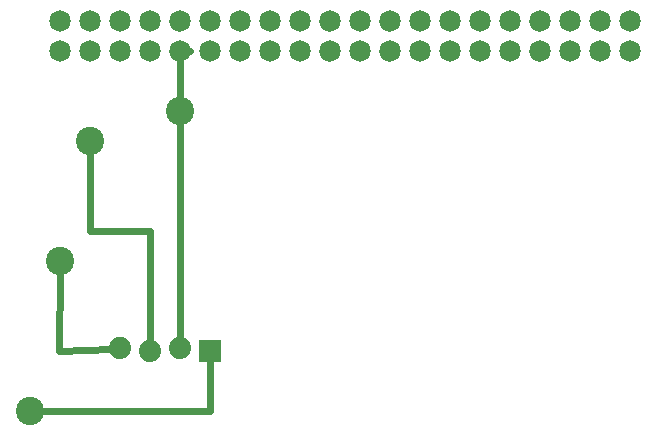
<source format=gbl>
G04 MADE WITH FRITZING*
G04 WWW.FRITZING.ORG*
G04 DOUBLE SIDED*
G04 HOLES PLATED*
G04 CONTOUR ON CENTER OF CONTOUR VECTOR*
%ASAXBY*%
%FSLAX23Y23*%
%MOIN*%
%OFA0B0*%
%SFA1.0B1.0*%
%ADD10C,0.094488*%
%ADD11C,0.074000*%
%ADD12C,0.071889*%
%ADD13C,0.071917*%
%ADD14C,0.024000*%
%ADD15R,0.001000X0.001000*%
%LNCOPPER0*%
G90*
G70*
G54D10*
X174Y564D03*
X574Y1064D03*
X74Y64D03*
X274Y964D03*
G54D11*
X674Y264D03*
X574Y274D03*
X474Y264D03*
X374Y274D03*
G54D12*
X174Y1264D03*
X274Y1264D03*
X374Y1264D03*
X474Y1264D03*
G54D13*
X574Y1264D03*
G54D12*
X674Y1264D03*
X774Y1264D03*
X874Y1264D03*
X974Y1264D03*
G54D13*
X1074Y1264D03*
G54D12*
X1174Y1264D03*
G54D13*
X1274Y1264D03*
G54D12*
X1374Y1264D03*
X1474Y1264D03*
X1574Y1264D03*
X1674Y1264D03*
G54D13*
X1774Y1264D03*
G54D12*
X1874Y1264D03*
X1974Y1264D03*
X2074Y1264D03*
X2074Y1364D03*
X1974Y1364D03*
X1874Y1364D03*
G54D13*
X1774Y1364D03*
G54D12*
X1674Y1364D03*
X1574Y1364D03*
X1474Y1364D03*
X1374Y1364D03*
G54D13*
X1274Y1364D03*
G54D12*
X1174Y1364D03*
G54D13*
X1074Y1364D03*
G54D12*
X974Y1364D03*
X874Y1364D03*
X774Y1364D03*
X674Y1364D03*
G54D13*
X574Y1364D03*
G54D12*
X474Y1364D03*
X374Y1364D03*
X274Y1364D03*
X174Y1364D03*
G54D14*
X172Y265D02*
X174Y537D01*
D02*
X343Y273D02*
X172Y265D01*
D02*
X474Y66D02*
X674Y66D01*
D02*
X101Y64D02*
X172Y66D01*
D02*
X274Y66D02*
X474Y66D01*
D02*
X674Y66D02*
X674Y233D01*
D02*
X172Y66D02*
X274Y66D01*
D02*
X576Y665D02*
X576Y762D01*
D02*
X576Y762D02*
X574Y1037D01*
D02*
X576Y1064D02*
X576Y563D01*
D02*
X576Y563D02*
X576Y665D01*
D02*
X574Y305D02*
X576Y1064D01*
D02*
X474Y665D02*
X274Y665D01*
D02*
X274Y665D02*
X274Y937D01*
D02*
X474Y295D02*
X474Y665D01*
D02*
X576Y1264D02*
X607Y1264D01*
D02*
X574Y1091D02*
X576Y1264D01*
G54D15*
X637Y302D02*
X709Y302D01*
X637Y301D02*
X710Y301D01*
X637Y300D02*
X710Y300D01*
X637Y299D02*
X710Y299D01*
X637Y298D02*
X710Y298D01*
X637Y297D02*
X710Y297D01*
X637Y296D02*
X710Y296D01*
X637Y295D02*
X710Y295D01*
X637Y294D02*
X710Y294D01*
X637Y293D02*
X710Y293D01*
X637Y292D02*
X710Y292D01*
X637Y291D02*
X710Y291D01*
X637Y290D02*
X710Y290D01*
X637Y289D02*
X710Y289D01*
X637Y288D02*
X710Y288D01*
X637Y287D02*
X710Y287D01*
X637Y286D02*
X710Y286D01*
X637Y285D02*
X670Y285D01*
X676Y285D02*
X710Y285D01*
X637Y284D02*
X666Y284D01*
X680Y284D02*
X710Y284D01*
X637Y283D02*
X664Y283D01*
X683Y283D02*
X710Y283D01*
X637Y282D02*
X662Y282D01*
X684Y282D02*
X710Y282D01*
X637Y281D02*
X660Y281D01*
X686Y281D02*
X710Y281D01*
X637Y280D02*
X659Y280D01*
X687Y280D02*
X710Y280D01*
X637Y279D02*
X658Y279D01*
X688Y279D02*
X710Y279D01*
X637Y278D02*
X657Y278D01*
X689Y278D02*
X710Y278D01*
X637Y277D02*
X657Y277D01*
X690Y277D02*
X710Y277D01*
X637Y276D02*
X656Y276D01*
X690Y276D02*
X710Y276D01*
X637Y275D02*
X655Y275D01*
X691Y275D02*
X710Y275D01*
X637Y274D02*
X655Y274D01*
X691Y274D02*
X710Y274D01*
X637Y273D02*
X654Y273D01*
X692Y273D02*
X710Y273D01*
X637Y272D02*
X654Y272D01*
X692Y272D02*
X710Y272D01*
X637Y271D02*
X654Y271D01*
X693Y271D02*
X710Y271D01*
X637Y270D02*
X653Y270D01*
X693Y270D02*
X710Y270D01*
X637Y269D02*
X653Y269D01*
X693Y269D02*
X710Y269D01*
X637Y268D02*
X653Y268D01*
X693Y268D02*
X710Y268D01*
X637Y267D02*
X653Y267D01*
X693Y267D02*
X710Y267D01*
X637Y266D02*
X653Y266D01*
X694Y266D02*
X710Y266D01*
X637Y265D02*
X653Y265D01*
X694Y265D02*
X710Y265D01*
X637Y264D02*
X653Y264D01*
X693Y264D02*
X710Y264D01*
X637Y263D02*
X653Y263D01*
X693Y263D02*
X710Y263D01*
X637Y262D02*
X653Y262D01*
X693Y262D02*
X710Y262D01*
X637Y261D02*
X653Y261D01*
X693Y261D02*
X710Y261D01*
X637Y260D02*
X653Y260D01*
X693Y260D02*
X710Y260D01*
X637Y259D02*
X654Y259D01*
X693Y259D02*
X710Y259D01*
X637Y258D02*
X654Y258D01*
X692Y258D02*
X710Y258D01*
X637Y257D02*
X654Y257D01*
X692Y257D02*
X710Y257D01*
X637Y256D02*
X655Y256D01*
X691Y256D02*
X710Y256D01*
X637Y255D02*
X656Y255D01*
X691Y255D02*
X710Y255D01*
X637Y254D02*
X656Y254D01*
X690Y254D02*
X710Y254D01*
X637Y253D02*
X657Y253D01*
X689Y253D02*
X710Y253D01*
X637Y252D02*
X658Y252D01*
X688Y252D02*
X710Y252D01*
X637Y251D02*
X659Y251D01*
X688Y251D02*
X710Y251D01*
X637Y250D02*
X660Y250D01*
X686Y250D02*
X710Y250D01*
X637Y249D02*
X661Y249D01*
X685Y249D02*
X710Y249D01*
X637Y248D02*
X663Y248D01*
X684Y248D02*
X710Y248D01*
X637Y247D02*
X664Y247D01*
X682Y247D02*
X710Y247D01*
X637Y246D02*
X667Y246D01*
X679Y246D02*
X710Y246D01*
X637Y245D02*
X710Y245D01*
X637Y244D02*
X710Y244D01*
X637Y243D02*
X710Y243D01*
X637Y242D02*
X710Y242D01*
X637Y241D02*
X710Y241D01*
X637Y240D02*
X710Y240D01*
X637Y239D02*
X710Y239D01*
X637Y238D02*
X710Y238D01*
X637Y237D02*
X710Y237D01*
X637Y236D02*
X710Y236D01*
X637Y235D02*
X710Y235D01*
X637Y234D02*
X710Y234D01*
X637Y233D02*
X710Y233D01*
X637Y232D02*
X710Y232D01*
X637Y231D02*
X710Y231D01*
X637Y230D02*
X710Y230D01*
X637Y229D02*
X710Y229D01*
D02*
G04 End of Copper0*
M02*
</source>
